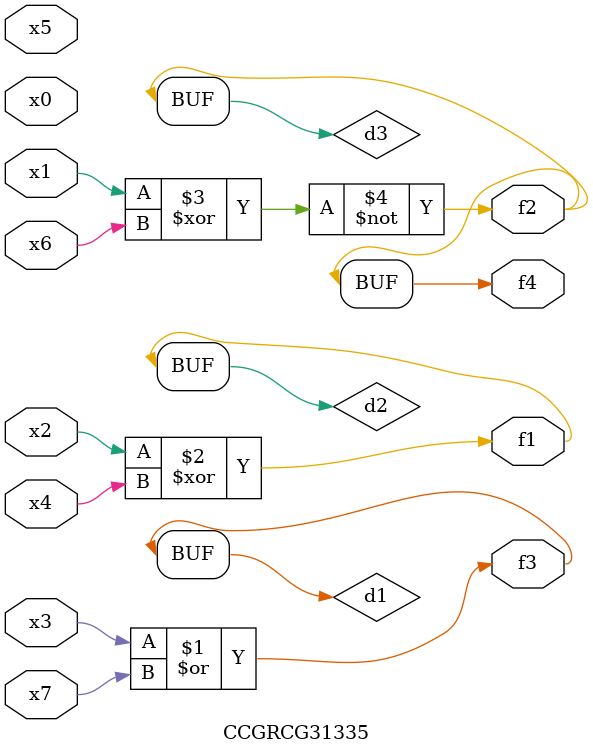
<source format=v>
module CCGRCG31335(
	input x0, x1, x2, x3, x4, x5, x6, x7,
	output f1, f2, f3, f4
);

	wire d1, d2, d3;

	or (d1, x3, x7);
	xor (d2, x2, x4);
	xnor (d3, x1, x6);
	assign f1 = d2;
	assign f2 = d3;
	assign f3 = d1;
	assign f4 = d3;
endmodule

</source>
